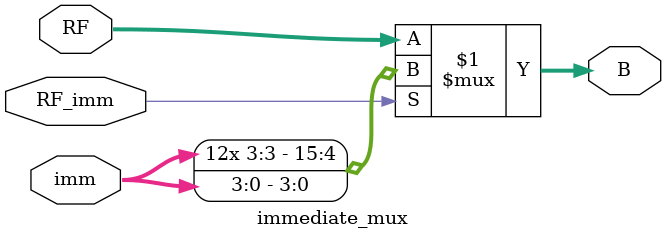
<source format=v>
module immediate_mux(input [15:0] RF,
                    input [3:0] imm,
                    input RF_imm,
                    output [15:0] B);
    
    //outputs imm if RF_imm == 1.
    //defualt to RF (RF_imm == 0)
    assign B = RF_imm ? { {12{imm[3]}}, imm} : RF;              
               
endmodule

</source>
